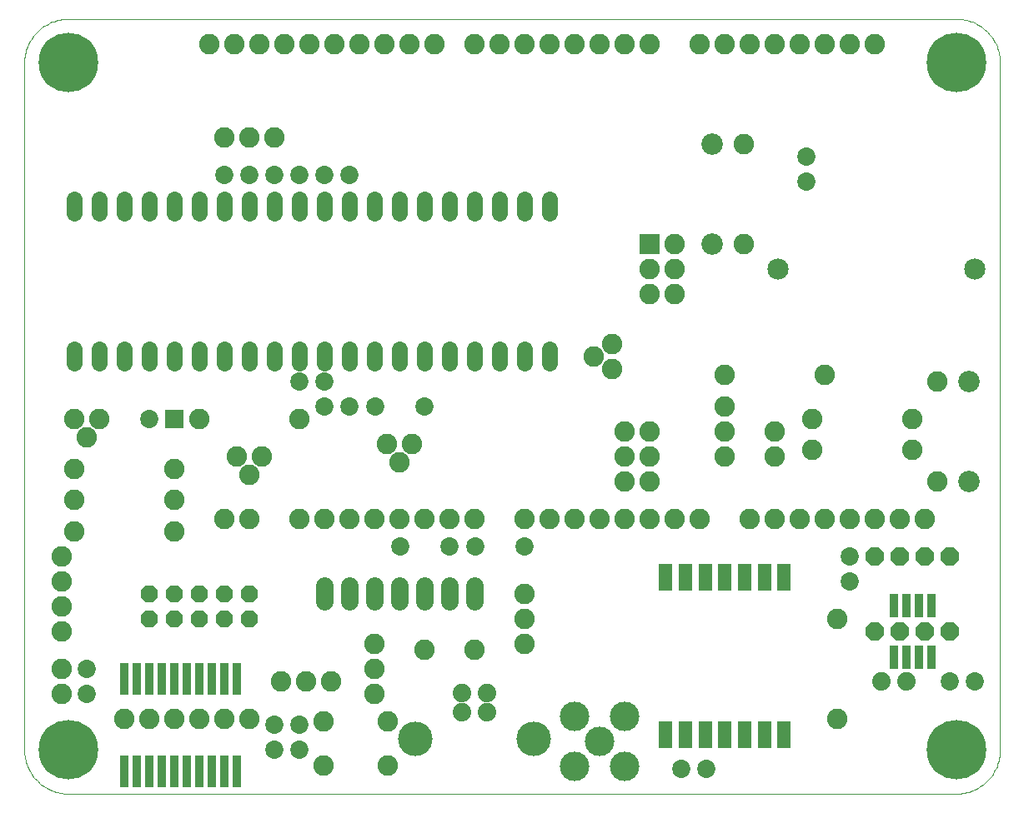
<source format=gts>
G75*
G70*
%OFA0B0*%
%FSLAX24Y24*%
%IPPOS*%
%LPD*%
%AMOC8*
5,1,8,0,0,1.08239X$1,22.5*
%
%ADD10C,0.0000*%
%ADD11C,0.0640*%
%ADD12C,0.0820*%
%ADD13C,0.0730*%
%ADD14C,0.0740*%
%ADD15C,0.1380*%
%ADD16R,0.0820X0.0820*%
%ADD17OC8,0.0710*%
%ADD18R,0.0320X0.0950*%
%ADD19C,0.0848*%
%ADD20OC8,0.0680*%
%ADD21C,0.2380*%
%ADD22R,0.0730X0.0730*%
%ADD23C,0.0714*%
%ADD24C,0.0860*%
%ADD25C,0.1180*%
%ADD26R,0.0580X0.1080*%
%ADD27R,0.0320X0.1280*%
D10*
X002430Y001811D02*
X037930Y001811D01*
X038013Y001813D01*
X038096Y001819D01*
X038179Y001829D01*
X038261Y001843D01*
X038343Y001860D01*
X038423Y001882D01*
X038502Y001907D01*
X038580Y001936D01*
X038657Y001969D01*
X038732Y002006D01*
X038805Y002045D01*
X038876Y002089D01*
X038945Y002135D01*
X039012Y002185D01*
X039076Y002238D01*
X039138Y002294D01*
X039197Y002353D01*
X039253Y002415D01*
X039306Y002479D01*
X039356Y002546D01*
X039402Y002615D01*
X039446Y002686D01*
X039485Y002759D01*
X039522Y002834D01*
X039555Y002911D01*
X039584Y002989D01*
X039609Y003068D01*
X039631Y003148D01*
X039648Y003230D01*
X039662Y003312D01*
X039672Y003395D01*
X039678Y003478D01*
X039680Y003561D01*
X039680Y031061D01*
X039678Y031144D01*
X039672Y031227D01*
X039662Y031310D01*
X039648Y031392D01*
X039631Y031474D01*
X039609Y031554D01*
X039584Y031633D01*
X039555Y031711D01*
X039522Y031788D01*
X039485Y031863D01*
X039446Y031936D01*
X039402Y032007D01*
X039356Y032076D01*
X039306Y032143D01*
X039253Y032207D01*
X039197Y032269D01*
X039138Y032328D01*
X039076Y032384D01*
X039012Y032437D01*
X038945Y032487D01*
X038876Y032533D01*
X038805Y032577D01*
X038732Y032616D01*
X038657Y032653D01*
X038580Y032686D01*
X038502Y032715D01*
X038423Y032740D01*
X038343Y032762D01*
X038261Y032779D01*
X038179Y032793D01*
X038096Y032803D01*
X038013Y032809D01*
X037930Y032811D01*
X002430Y032811D01*
X002347Y032809D01*
X002264Y032803D01*
X002181Y032793D01*
X002099Y032779D01*
X002017Y032762D01*
X001937Y032740D01*
X001858Y032715D01*
X001780Y032686D01*
X001703Y032653D01*
X001628Y032616D01*
X001555Y032577D01*
X001484Y032533D01*
X001415Y032487D01*
X001348Y032437D01*
X001284Y032384D01*
X001222Y032328D01*
X001163Y032269D01*
X001107Y032207D01*
X001054Y032143D01*
X001004Y032076D01*
X000958Y032007D01*
X000914Y031936D01*
X000875Y031863D01*
X000838Y031788D01*
X000805Y031711D01*
X000776Y031633D01*
X000751Y031554D01*
X000729Y031474D01*
X000712Y031392D01*
X000698Y031310D01*
X000688Y031227D01*
X000682Y031144D01*
X000680Y031061D01*
X000680Y003561D01*
X000682Y003478D01*
X000688Y003395D01*
X000698Y003312D01*
X000712Y003230D01*
X000729Y003148D01*
X000751Y003068D01*
X000776Y002989D01*
X000805Y002911D01*
X000838Y002834D01*
X000875Y002759D01*
X000914Y002686D01*
X000958Y002615D01*
X001004Y002546D01*
X001054Y002479D01*
X001107Y002415D01*
X001163Y002353D01*
X001222Y002294D01*
X001284Y002238D01*
X001348Y002185D01*
X001415Y002135D01*
X001484Y002089D01*
X001555Y002045D01*
X001628Y002006D01*
X001703Y001969D01*
X001780Y001936D01*
X001858Y001907D01*
X001937Y001882D01*
X002017Y001860D01*
X002099Y001843D01*
X002181Y001829D01*
X002264Y001819D01*
X002347Y001813D01*
X002430Y001811D01*
D11*
X002680Y019031D02*
X002680Y019591D01*
X003680Y019591D02*
X003680Y019031D01*
X004680Y019031D02*
X004680Y019591D01*
X005680Y019591D02*
X005680Y019031D01*
X006680Y019031D02*
X006680Y019591D01*
X007680Y019591D02*
X007680Y019031D01*
X008680Y019031D02*
X008680Y019591D01*
X009680Y019591D02*
X009680Y019031D01*
X010680Y019031D02*
X010680Y019591D01*
X011680Y019591D02*
X011680Y019031D01*
X012680Y019031D02*
X012680Y019591D01*
X013680Y019591D02*
X013680Y019031D01*
X014680Y019031D02*
X014680Y019591D01*
X015680Y019591D02*
X015680Y019031D01*
X016680Y019031D02*
X016680Y019591D01*
X017680Y019591D02*
X017680Y019031D01*
X018680Y019031D02*
X018680Y019591D01*
X019680Y019591D02*
X019680Y019031D01*
X020680Y019031D02*
X020680Y019591D01*
X021680Y019591D02*
X021680Y019031D01*
X021680Y025031D02*
X021680Y025591D01*
X020680Y025591D02*
X020680Y025031D01*
X019680Y025031D02*
X019680Y025591D01*
X018680Y025591D02*
X018680Y025031D01*
X017680Y025031D02*
X017680Y025591D01*
X016680Y025591D02*
X016680Y025031D01*
X015680Y025031D02*
X015680Y025591D01*
X014680Y025591D02*
X014680Y025031D01*
X013680Y025031D02*
X013680Y025591D01*
X012680Y025591D02*
X012680Y025031D01*
X011680Y025031D02*
X011680Y025591D01*
X010680Y025591D02*
X010680Y025031D01*
X009680Y025031D02*
X009680Y025591D01*
X008680Y025591D02*
X008680Y025031D01*
X007680Y025031D02*
X007680Y025591D01*
X006680Y025591D02*
X006680Y025031D01*
X005680Y025031D02*
X005680Y025591D01*
X004680Y025591D02*
X004680Y025031D01*
X003680Y025031D02*
X003680Y025591D01*
X002680Y025591D02*
X002680Y025031D01*
D12*
X008680Y028061D03*
X009680Y028061D03*
X010680Y028061D03*
X011080Y031811D03*
X012080Y031811D03*
X013080Y031811D03*
X014080Y031811D03*
X015080Y031811D03*
X016080Y031811D03*
X017080Y031811D03*
X018680Y031811D03*
X019680Y031811D03*
X020680Y031811D03*
X021680Y031811D03*
X022680Y031811D03*
X023680Y031811D03*
X024680Y031811D03*
X025680Y031811D03*
X027680Y031811D03*
X028680Y031811D03*
X029680Y031811D03*
X030680Y031811D03*
X031680Y031811D03*
X032680Y031811D03*
X033680Y031811D03*
X034680Y031811D03*
X029430Y027811D03*
X029430Y023811D03*
X026680Y023811D03*
X026680Y022811D03*
X026680Y021811D03*
X025680Y021811D03*
X025680Y022811D03*
X024180Y019811D03*
X023430Y019311D03*
X024180Y018811D03*
X024680Y016311D03*
X025680Y016311D03*
X025680Y015311D03*
X024680Y015311D03*
X024680Y014311D03*
X025680Y014311D03*
X025680Y012811D03*
X024680Y012811D03*
X023680Y012811D03*
X022680Y012811D03*
X021680Y012811D03*
X020680Y012811D03*
X018680Y012811D03*
X017680Y012811D03*
X016680Y012811D03*
X015680Y012811D03*
X014680Y012811D03*
X013680Y012811D03*
X012680Y012811D03*
X011680Y012811D03*
X009680Y012811D03*
X008680Y012811D03*
X009680Y014561D03*
X009180Y015311D03*
X010180Y015311D03*
X011680Y016811D03*
X015180Y015811D03*
X016180Y015811D03*
X015680Y015061D03*
X020680Y009811D03*
X020680Y008811D03*
X020680Y007811D03*
X018680Y007561D03*
X016680Y007561D03*
X014680Y007811D03*
X014680Y006811D03*
X014680Y005811D03*
X015210Y004701D03*
X015210Y002921D03*
X012650Y002921D03*
X012650Y004701D03*
X012930Y006311D03*
X011930Y006311D03*
X010930Y006311D03*
X009680Y004811D03*
X008680Y004811D03*
X007680Y004811D03*
X006680Y004811D03*
X005680Y004811D03*
X004680Y004811D03*
X002180Y005811D03*
X002180Y006811D03*
X002180Y008311D03*
X002180Y009311D03*
X002180Y010311D03*
X002180Y011311D03*
X002680Y012311D03*
X002680Y013561D03*
X002680Y014811D03*
X003180Y016061D03*
X002680Y016811D03*
X003680Y016811D03*
X006680Y014811D03*
X006680Y013561D03*
X006680Y012311D03*
X007680Y016811D03*
X008080Y031811D03*
X009080Y031811D03*
X010080Y031811D03*
X028680Y018561D03*
X028680Y017311D03*
X028680Y016311D03*
X028680Y015311D03*
X030680Y015311D03*
X030680Y016311D03*
X032180Y016811D03*
X032180Y015561D03*
X031680Y012811D03*
X030680Y012811D03*
X029680Y012811D03*
X027680Y012811D03*
X026680Y012811D03*
X032680Y012811D03*
X033680Y012811D03*
X034680Y012811D03*
X035680Y012811D03*
X036680Y012811D03*
X037180Y014311D03*
X036180Y015561D03*
X036180Y016811D03*
X037180Y018311D03*
X032680Y018561D03*
X033180Y008811D03*
X033180Y004811D03*
D13*
X037680Y006311D03*
X038680Y006311D03*
X033680Y010311D03*
X033680Y011311D03*
X027930Y002811D03*
X026930Y002811D03*
X020664Y011686D03*
X018696Y011686D03*
X017664Y011686D03*
X015696Y011686D03*
X016664Y017311D03*
X014696Y017311D03*
X013680Y017311D03*
X012680Y017311D03*
X012680Y018311D03*
X011680Y018311D03*
X005680Y016811D03*
X008680Y026561D03*
X009680Y026561D03*
X010680Y026561D03*
X011680Y026561D03*
X012680Y026561D03*
X013680Y026561D03*
X031930Y026311D03*
X031930Y027311D03*
X011680Y004561D03*
X010680Y004561D03*
X010680Y003561D03*
X011680Y003561D03*
X003180Y005811D03*
X003180Y006811D03*
D14*
X018188Y005841D03*
X018188Y005061D03*
X019172Y005061D03*
X019172Y005841D03*
X034930Y006311D03*
X035930Y006311D03*
D15*
X021050Y003991D03*
X016310Y003991D03*
D16*
X025680Y023811D03*
D17*
X034680Y011311D03*
X035680Y011311D03*
X036680Y011311D03*
X037680Y011311D03*
X037680Y008311D03*
X036680Y008311D03*
X035680Y008311D03*
X034680Y008311D03*
D18*
X035430Y007281D03*
X035930Y007281D03*
X036430Y007281D03*
X036930Y007281D03*
X036930Y009341D03*
X036430Y009341D03*
X035930Y009341D03*
X035430Y009341D03*
D19*
X038680Y022811D03*
X030806Y022811D03*
D20*
X009680Y009811D03*
X008680Y009811D03*
X008680Y008811D03*
X009680Y008811D03*
X007680Y008811D03*
X006680Y008811D03*
X005680Y008811D03*
X005680Y009811D03*
X006680Y009811D03*
X007680Y009811D03*
D21*
X002430Y003561D03*
X002430Y031061D03*
X037930Y031061D03*
X037930Y003561D03*
D22*
X006680Y016811D03*
D23*
X012680Y010128D02*
X012680Y009494D01*
X013680Y009494D02*
X013680Y010128D01*
X014680Y010128D02*
X014680Y009494D01*
X015680Y009494D02*
X015680Y010128D01*
X016680Y010128D02*
X016680Y009494D01*
X017680Y009494D02*
X017680Y010128D01*
X018680Y010128D02*
X018680Y009494D01*
D24*
X028180Y023811D03*
X028180Y027811D03*
X038430Y018311D03*
X038430Y014311D03*
D25*
X024680Y004911D03*
X023680Y003911D03*
X022680Y002911D03*
X024680Y002911D03*
X022680Y004911D03*
D26*
X026318Y004162D03*
X027105Y004162D03*
X027893Y004162D03*
X028680Y004162D03*
X029467Y004162D03*
X030255Y004162D03*
X031042Y004162D03*
X031042Y010461D03*
X030255Y010461D03*
X029467Y010461D03*
X028680Y010461D03*
X027893Y010461D03*
X027105Y010461D03*
X026318Y010461D03*
D27*
X009180Y006411D03*
X008680Y006411D03*
X008180Y006411D03*
X007680Y006411D03*
X007180Y006411D03*
X006680Y006411D03*
X006180Y006411D03*
X005680Y006411D03*
X005180Y006411D03*
X004680Y006411D03*
X004680Y002711D03*
X005180Y002711D03*
X005680Y002711D03*
X006180Y002711D03*
X006680Y002711D03*
X007180Y002711D03*
X007680Y002711D03*
X008180Y002711D03*
X008680Y002711D03*
X009180Y002711D03*
M02*

</source>
